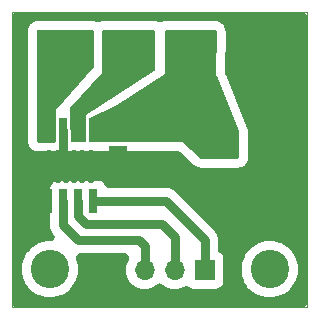
<source format=gbr>
%TF.GenerationSoftware,KiCad,Pcbnew,(7.0.0)*%
%TF.CreationDate,2023-08-29T19:29:08-03:00*%
%TF.ProjectId,Driver_TB67H451AFNG,44726976-6572-45f5-9442-363748343531,rev?*%
%TF.SameCoordinates,Original*%
%TF.FileFunction,Copper,L1,Top*%
%TF.FilePolarity,Positive*%
%FSLAX46Y46*%
G04 Gerber Fmt 4.6, Leading zero omitted, Abs format (unit mm)*
G04 Created by KiCad (PCBNEW (7.0.0)) date 2023-08-29 19:29:08*
%MOMM*%
%LPD*%
G01*
G04 APERTURE LIST*
%TA.AperFunction,ComponentPad*%
%ADD10C,2.500000*%
%TD*%
%TA.AperFunction,ComponentPad*%
%ADD11C,3.250000*%
%TD*%
%TA.AperFunction,SMDPad,CuDef*%
%ADD12R,0.711200X2.000000*%
%TD*%
%TA.AperFunction,ComponentPad*%
%ADD13C,0.700000*%
%TD*%
%TA.AperFunction,ComponentPad*%
%ADD14R,1.700000X1.700000*%
%TD*%
%TA.AperFunction,ComponentPad*%
%ADD15O,1.700000X1.700000*%
%TD*%
%TA.AperFunction,ComponentPad*%
%ADD16R,1.524000X1.524000*%
%TD*%
%TA.AperFunction,ComponentPad*%
%ADD17C,1.524000*%
%TD*%
%TA.AperFunction,SMDPad,CuDef*%
%ADD18R,1.498600X1.300480*%
%TD*%
%TA.AperFunction,Conductor*%
%ADD19C,0.750000*%
%TD*%
%TA.AperFunction,Profile*%
%ADD20C,0.100000*%
%TD*%
G04 APERTURE END LIST*
D10*
%TO.P,J1,1*%
%TO.N,GND*%
X165520000Y-90000000D03*
%TO.P,J1,2*%
%TO.N,/Vin*%
X160440000Y-90000000D03*
%TD*%
D11*
%TO.P,H2,1*%
%TO.N,N/C*%
X167100000Y-108090000D03*
%TD*%
D12*
%TO.P,U1,1,GND*%
%TO.N,GND*%
X148344999Y-102329999D03*
D13*
X148450000Y-98330000D03*
X148450000Y-99030000D03*
X148450000Y-99730000D03*
X148450000Y-100430000D03*
X149150000Y-98330000D03*
X149150000Y-99030000D03*
X149150000Y-99730000D03*
X149150000Y-100430000D03*
X149850000Y-98330000D03*
X149850000Y-99030000D03*
X149850000Y-99730000D03*
X149850000Y-100430000D03*
X150550000Y-98330000D03*
X150550000Y-99030000D03*
X150550000Y-99730000D03*
X150550000Y-100430000D03*
X151250000Y-98330000D03*
X151250000Y-99030000D03*
X151250000Y-99730000D03*
X151250000Y-100430000D03*
X151950000Y-98330000D03*
X151950000Y-99030000D03*
X151950000Y-99730000D03*
X151950000Y-100430000D03*
D12*
%TO.P,U1,2,IN2*%
%TO.N,/M1A*%
X149614999Y-102329999D03*
%TO.P,U1,3,IN1*%
%TO.N,/M1B*%
X150884999Y-102329999D03*
%TO.P,U1,4,VREF*%
%TO.N,+5V*%
X152154999Y-102329999D03*
%TO.P,U1,5,VM*%
%TO.N,/Vin*%
X152154999Y-96329999D03*
%TO.P,U1,6,OUT1*%
%TO.N,Net-(U1-OUT1)*%
X150884999Y-96329999D03*
%TO.P,U1,7,RS*%
%TO.N,GND*%
X149614999Y-96329999D03*
%TO.P,U1,8,OUT2*%
%TO.N,Net-(U1-OUT2)*%
X148344999Y-96329999D03*
%TD*%
D14*
%TO.P,J4,1,Pin_1*%
%TO.N,+5V*%
X161589999Y-108149999D03*
D15*
%TO.P,J4,2,Pin_2*%
%TO.N,/M1B*%
X159049999Y-108149999D03*
%TO.P,J4,3,Pin_3*%
%TO.N,/M1A*%
X156509999Y-108149999D03*
%TO.P,J4,4,Pin_4*%
%TO.N,GND*%
X153969999Y-108149999D03*
%TD*%
D11*
%TO.P,H1,1*%
%TO.N,N/C*%
X148490000Y-108090000D03*
%TD*%
D16*
%TO.P,C2,1*%
%TO.N,/Vin*%
X163039999Y-97669999D03*
D17*
%TO.P,C2,2*%
%TO.N,GND*%
X163040000Y-102170000D03*
%TD*%
D18*
%TO.P,C1,1*%
%TO.N,/Vin*%
X154249999Y-96329999D03*
%TO.P,C1,2*%
%TO.N,GND*%
X154249999Y-98234999D03*
%TD*%
D13*
%TO.P,J3,1*%
%TO.N,Net-(U1-OUT1)*%
X156750000Y-90000000D03*
X156280000Y-91120000D03*
X156280000Y-88880000D03*
X155150000Y-91600000D03*
D10*
X155150000Y-90000000D03*
D13*
X155150000Y-88400000D03*
X154010000Y-91120000D03*
X154010000Y-88880000D03*
X153560000Y-90000000D03*
%TO.P,J3,2*%
%TO.N,Net-(U1-OUT2)*%
X151670000Y-90000000D03*
X151200000Y-91120000D03*
X151200000Y-88880000D03*
X150070000Y-91600000D03*
D10*
X150070000Y-90000000D03*
D13*
X150070000Y-88400000D03*
X148930000Y-91120000D03*
X148930000Y-88880000D03*
X148480000Y-90000000D03*
%TD*%
D19*
%TO.N,GND*%
X149615000Y-96330000D02*
X149615000Y-98655000D01*
X149615000Y-98655000D02*
X149200000Y-99070000D01*
%TO.N,+5V*%
X158330000Y-102330000D02*
X152155000Y-102330000D01*
X161590000Y-105590000D02*
X158330000Y-102330000D01*
X161590000Y-108150000D02*
X161590000Y-105590000D01*
%TO.N,/M1A*%
X156510000Y-106100000D02*
X156010000Y-105600000D01*
X156010000Y-105600000D02*
X150910000Y-105600000D01*
X150910000Y-105600000D02*
X149615000Y-104305000D01*
X149615000Y-104305000D02*
X149615000Y-102330000D01*
X156510000Y-108150000D02*
X156510000Y-106100000D01*
%TO.N,/M1B*%
X151560000Y-104250000D02*
X150885000Y-103575000D01*
X150885000Y-103575000D02*
X150885000Y-102330000D01*
X159050000Y-108150000D02*
X159050000Y-105320000D01*
X159050000Y-105320000D02*
X157980000Y-104250000D01*
X157980000Y-104250000D02*
X151560000Y-104250000D01*
%TD*%
%TA.AperFunction,Conductor*%
%TO.N,Net-(U1-OUT1)*%
G36*
X157337920Y-87836706D02*
G01*
X157383364Y-87882099D01*
X157400000Y-87944139D01*
X157400000Y-91162581D01*
X157384939Y-91221812D01*
X157343415Y-91266654D01*
X151593026Y-94991561D01*
X151593023Y-94991563D01*
X151580000Y-95000000D01*
X151580000Y-95015519D01*
X151580000Y-95173826D01*
X151570562Y-95221277D01*
X151570218Y-95222105D01*
X151563434Y-95232260D01*
X151561051Y-95244236D01*
X151561051Y-95244238D01*
X151550089Y-95299346D01*
X151550088Y-95299351D01*
X151548900Y-95305326D01*
X151548900Y-95311421D01*
X151548900Y-95369366D01*
X151547655Y-95386891D01*
X151545121Y-95404637D01*
X151545120Y-95404645D01*
X151544500Y-95408991D01*
X151544500Y-97205684D01*
X151545030Y-97209707D01*
X151545032Y-97209729D01*
X151545041Y-97209794D01*
X151545038Y-97209813D01*
X151545298Y-97213775D01*
X151544419Y-97213832D01*
X151534493Y-97278392D01*
X151488736Y-97330577D01*
X151422105Y-97350000D01*
X150364500Y-97350000D01*
X150302500Y-97333387D01*
X150257113Y-97288000D01*
X150240500Y-97226000D01*
X150240500Y-96294545D01*
X150240500Y-96290650D01*
X150225664Y-96173208D01*
X150224435Y-96170104D01*
X150221100Y-96143700D01*
X150221100Y-95311421D01*
X150221100Y-95305326D01*
X150206566Y-95232260D01*
X150199780Y-95222104D01*
X150197484Y-95216560D01*
X150185339Y-95190879D01*
X150180000Y-95154886D01*
X150180000Y-94498407D01*
X150188490Y-94453314D01*
X150212796Y-94414396D01*
X152925000Y-91470000D01*
X152925000Y-87948862D01*
X152941590Y-87886902D01*
X152986920Y-87841521D01*
X153048861Y-87824862D01*
X157275861Y-87820139D01*
X157337920Y-87836706D01*
G37*
%TD.AperFunction*%
%TD*%
%TA.AperFunction,Conductor*%
%TO.N,/Vin*%
G36*
X162547774Y-87836666D02*
G01*
X162593175Y-87882183D01*
X162609682Y-87944315D01*
X162600000Y-91740000D01*
X162604606Y-91751252D01*
X162604607Y-91751255D01*
X164510756Y-96407420D01*
X164520000Y-96454399D01*
X164520000Y-98596000D01*
X164503387Y-98658000D01*
X164458000Y-98703387D01*
X164396000Y-98720000D01*
X161317061Y-98720000D01*
X161273062Y-98711931D01*
X161234789Y-98688775D01*
X159688468Y-97317509D01*
X159688466Y-97317508D01*
X159680000Y-97310000D01*
X159668690Y-97310028D01*
X159668687Y-97310028D01*
X151924315Y-97329684D01*
X151862182Y-97313176D01*
X151816665Y-97267775D01*
X151800000Y-97205684D01*
X151800000Y-95408991D01*
X151819417Y-95342369D01*
X151871587Y-95296612D01*
X154180000Y-94220000D01*
X158270000Y-91560000D01*
X158270000Y-87944000D01*
X158286613Y-87882000D01*
X158332000Y-87836613D01*
X158394000Y-87820000D01*
X162485683Y-87820000D01*
X162547774Y-87836666D01*
G37*
%TD.AperFunction*%
%TD*%
%TA.AperFunction,Conductor*%
%TO.N,Net-(U1-OUT2)*%
G36*
X152163000Y-87841613D02*
G01*
X152208387Y-87887000D01*
X152225000Y-87949000D01*
X152225000Y-90903274D01*
X152217035Y-90946999D01*
X152194163Y-90985107D01*
X148982391Y-94641584D01*
X148982387Y-94641589D01*
X148975000Y-94650000D01*
X148975000Y-94661199D01*
X148975000Y-97236000D01*
X148958387Y-97298000D01*
X148913000Y-97343387D01*
X148851000Y-97360000D01*
X147524000Y-97360000D01*
X147462000Y-97343387D01*
X147416613Y-97298000D01*
X147400000Y-97236000D01*
X147400000Y-94275258D01*
X147400000Y-94275000D01*
X147375482Y-87949479D01*
X147391934Y-87887278D01*
X147437342Y-87841693D01*
X147499481Y-87825000D01*
X152101000Y-87825000D01*
X152163000Y-87841613D01*
G37*
%TD.AperFunction*%
%TD*%
%TA.AperFunction,Conductor*%
%TO.N,GND*%
G36*
X170031072Y-86298805D02*
G01*
X170135332Y-86351928D01*
X170218072Y-86434668D01*
X170271195Y-86538928D01*
X170289500Y-86654500D01*
X170289500Y-110905500D01*
X170271195Y-111021072D01*
X170218072Y-111125332D01*
X170135332Y-111208072D01*
X170031072Y-111261195D01*
X169915500Y-111279500D01*
X145664500Y-111279500D01*
X145548928Y-111261195D01*
X145444668Y-111208072D01*
X145361928Y-111125332D01*
X145308805Y-111021072D01*
X145290500Y-110905500D01*
X145290500Y-108090000D01*
X146109403Y-108090000D01*
X146129769Y-108400730D01*
X146132157Y-108412735D01*
X146188130Y-108694132D01*
X146188132Y-108694141D01*
X146190520Y-108706144D01*
X146194457Y-108717742D01*
X146286678Y-108989419D01*
X146286681Y-108989428D01*
X146290615Y-109001015D01*
X146296030Y-109011997D01*
X146296032Y-109012000D01*
X146352951Y-109127421D01*
X146428343Y-109280299D01*
X146601345Y-109539216D01*
X146609415Y-109548418D01*
X146771792Y-109733573D01*
X146806664Y-109773336D01*
X147040784Y-109978655D01*
X147299701Y-110151657D01*
X147578985Y-110289385D01*
X147873856Y-110389480D01*
X148179270Y-110450231D01*
X148490000Y-110470597D01*
X148800730Y-110450231D01*
X149106144Y-110389480D01*
X149401015Y-110289385D01*
X149680299Y-110151657D01*
X149939216Y-109978655D01*
X150173336Y-109773336D01*
X150378655Y-109539216D01*
X150551657Y-109280299D01*
X150689385Y-109001015D01*
X150789480Y-108706144D01*
X150850231Y-108400730D01*
X150870597Y-108090000D01*
X150850231Y-107779270D01*
X150789480Y-107473856D01*
X150703212Y-107219718D01*
X150683386Y-107103579D01*
X150700674Y-106987036D01*
X150753359Y-106881653D01*
X150836214Y-106797890D01*
X150941016Y-106744058D01*
X151057364Y-106725500D01*
X154837999Y-106725500D01*
X154949573Y-106742531D01*
X155050987Y-106792071D01*
X155133002Y-106869611D01*
X155188151Y-106968087D01*
X155211411Y-107078531D01*
X155200663Y-107190884D01*
X155156888Y-107294910D01*
X155079534Y-107421141D01*
X155073911Y-107434715D01*
X155073908Y-107434722D01*
X154988751Y-107640309D01*
X154988747Y-107640320D01*
X154983127Y-107653889D01*
X154924317Y-107898852D01*
X154923165Y-107913489D01*
X154923163Y-107913502D01*
X154910235Y-108077779D01*
X154904551Y-108150000D01*
X154905704Y-108164650D01*
X154923163Y-108386497D01*
X154923164Y-108386508D01*
X154924317Y-108401148D01*
X154983127Y-108646111D01*
X154988748Y-108659683D01*
X154988751Y-108659690D01*
X155007993Y-108706144D01*
X155079534Y-108878859D01*
X155211164Y-109093659D01*
X155220704Y-109104829D01*
X155220707Y-109104833D01*
X155361190Y-109269317D01*
X155374776Y-109285224D01*
X155385946Y-109294764D01*
X155482894Y-109377566D01*
X155566341Y-109448836D01*
X155781141Y-109580466D01*
X156013889Y-109676873D01*
X156258852Y-109735683D01*
X156510000Y-109755449D01*
X156761148Y-109735683D01*
X157006111Y-109676873D01*
X157238859Y-109580466D01*
X157453659Y-109448836D01*
X157537106Y-109377564D01*
X157626093Y-109321093D01*
X157727303Y-109291688D01*
X157832697Y-109291688D01*
X157933907Y-109321093D01*
X158022893Y-109377564D01*
X158106341Y-109448836D01*
X158321141Y-109580466D01*
X158553889Y-109676873D01*
X158798852Y-109735683D01*
X159050000Y-109755449D01*
X159301148Y-109735683D01*
X159546111Y-109676873D01*
X159778859Y-109580466D01*
X159827290Y-109550786D01*
X159931954Y-109506852D01*
X160044988Y-109496340D01*
X160155968Y-109520224D01*
X160254671Y-109576304D01*
X160255937Y-109577305D01*
X160271344Y-109592712D01*
X160420666Y-109684814D01*
X160587203Y-109739999D01*
X160689991Y-109750500D01*
X162490008Y-109750499D01*
X162592797Y-109739999D01*
X162759334Y-109684814D01*
X162908656Y-109592712D01*
X163032712Y-109468656D01*
X163124814Y-109319334D01*
X163179999Y-109152797D01*
X163190500Y-109050009D01*
X163190499Y-108090000D01*
X164719403Y-108090000D01*
X164739769Y-108400730D01*
X164742157Y-108412735D01*
X164798130Y-108694132D01*
X164798132Y-108694141D01*
X164800520Y-108706144D01*
X164804457Y-108717742D01*
X164896678Y-108989419D01*
X164896681Y-108989428D01*
X164900615Y-109001015D01*
X164906030Y-109011997D01*
X164906032Y-109012000D01*
X164962951Y-109127421D01*
X165038343Y-109280299D01*
X165211345Y-109539216D01*
X165219415Y-109548418D01*
X165381792Y-109733573D01*
X165416664Y-109773336D01*
X165650784Y-109978655D01*
X165909701Y-110151657D01*
X166188985Y-110289385D01*
X166483856Y-110389480D01*
X166789270Y-110450231D01*
X167100000Y-110470597D01*
X167410730Y-110450231D01*
X167716144Y-110389480D01*
X168011015Y-110289385D01*
X168290299Y-110151657D01*
X168549216Y-109978655D01*
X168783336Y-109773336D01*
X168988655Y-109539216D01*
X169161657Y-109280299D01*
X169299385Y-109001015D01*
X169399480Y-108706144D01*
X169460231Y-108400730D01*
X169480597Y-108090000D01*
X169460231Y-107779270D01*
X169399480Y-107473856D01*
X169299385Y-107178985D01*
X169161657Y-106899702D01*
X168988655Y-106640784D01*
X168783336Y-106406664D01*
X168549216Y-106201345D01*
X168290299Y-106028343D01*
X168279320Y-106022928D01*
X168279317Y-106022927D01*
X168022000Y-105896032D01*
X168021997Y-105896030D01*
X168011015Y-105890615D01*
X167999428Y-105886681D01*
X167999419Y-105886678D01*
X167727742Y-105794457D01*
X167716144Y-105790520D01*
X167704141Y-105788132D01*
X167704132Y-105788130D01*
X167422735Y-105732157D01*
X167410730Y-105729769D01*
X167398511Y-105728968D01*
X167398510Y-105728968D01*
X167112221Y-105710204D01*
X167100000Y-105709403D01*
X167087779Y-105710204D01*
X167022234Y-105714500D01*
X166801489Y-105728968D01*
X166801486Y-105728968D01*
X166789270Y-105729769D01*
X166777266Y-105732156D01*
X166777264Y-105732157D01*
X166495867Y-105788130D01*
X166495854Y-105788133D01*
X166483856Y-105790520D01*
X166472261Y-105794455D01*
X166472257Y-105794457D01*
X166200576Y-105886680D01*
X166200570Y-105886682D01*
X166188985Y-105890615D01*
X166178016Y-105896023D01*
X166178007Y-105896028D01*
X165920685Y-106022926D01*
X165920676Y-106022931D01*
X165909702Y-106028343D01*
X165899527Y-106035141D01*
X165899516Y-106035148D01*
X165660969Y-106194539D01*
X165660962Y-106194544D01*
X165650784Y-106201345D01*
X165641581Y-106209415D01*
X165641573Y-106209422D01*
X165425874Y-106398586D01*
X165425865Y-106398594D01*
X165416664Y-106406664D01*
X165408594Y-106415865D01*
X165408586Y-106415874D01*
X165219415Y-106631581D01*
X165219408Y-106631588D01*
X165211345Y-106640784D01*
X165204552Y-106650950D01*
X165204547Y-106650957D01*
X165045147Y-106889517D01*
X165045142Y-106889524D01*
X165038343Y-106899701D01*
X165032933Y-106910670D01*
X165032925Y-106910685D01*
X164981594Y-107014776D01*
X164906032Y-107167999D01*
X164906028Y-107168007D01*
X164900615Y-107178985D01*
X164896683Y-107190566D01*
X164896678Y-107190580D01*
X164822667Y-107408613D01*
X164800520Y-107473856D01*
X164798133Y-107485854D01*
X164798130Y-107485867D01*
X164742157Y-107767264D01*
X164739769Y-107779270D01*
X164719403Y-108090000D01*
X163190499Y-108090000D01*
X163190499Y-107249992D01*
X163179999Y-107147203D01*
X163124814Y-106980666D01*
X163032712Y-106831344D01*
X162908656Y-106707288D01*
X162890111Y-106695849D01*
X162873028Y-106682342D01*
X162873457Y-106681798D01*
X162819340Y-106638042D01*
X162762923Y-106561685D01*
X162727550Y-106473583D01*
X162715500Y-106379412D01*
X162715500Y-105691594D01*
X162715845Y-105681923D01*
X162717740Y-105670657D01*
X162715606Y-105581024D01*
X162715500Y-105572122D01*
X162715500Y-105545278D01*
X162715500Y-105536382D01*
X162714654Y-105527530D01*
X162714230Y-105518618D01*
X162714507Y-105518604D01*
X162713907Y-105509678D01*
X162712624Y-105455774D01*
X162708769Y-105438054D01*
X162701910Y-105394070D01*
X162700188Y-105376029D01*
X162695166Y-105358926D01*
X162684996Y-105324289D01*
X162678397Y-105298439D01*
X162666934Y-105245741D01*
X162659794Y-105229070D01*
X162644740Y-105187193D01*
X162639631Y-105169791D01*
X162614921Y-105121862D01*
X162603547Y-105097719D01*
X162597976Y-105084710D01*
X162582321Y-105048151D01*
X162572142Y-105033112D01*
X162549454Y-104994873D01*
X162541138Y-104978741D01*
X162507811Y-104936362D01*
X162492069Y-104914803D01*
X162471829Y-104884899D01*
X162471827Y-104884897D01*
X162461843Y-104870145D01*
X162449008Y-104857310D01*
X162419484Y-104824046D01*
X162408268Y-104809783D01*
X162394804Y-104798116D01*
X162394800Y-104798112D01*
X162367515Y-104774469D01*
X162347976Y-104756278D01*
X159197686Y-101605989D01*
X159191092Y-101598907D01*
X159184466Y-101589601D01*
X159171575Y-101577309D01*
X159171572Y-101577306D01*
X159119574Y-101527727D01*
X159113205Y-101521508D01*
X159094228Y-101502531D01*
X159087935Y-101496238D01*
X159081071Y-101490570D01*
X159074487Y-101484585D01*
X159074607Y-101484452D01*
X159067935Y-101478489D01*
X159058000Y-101469016D01*
X159028903Y-101441273D01*
X159013922Y-101431645D01*
X159013917Y-101431641D01*
X159013632Y-101431458D01*
X158977715Y-101405232D01*
X158977460Y-101405021D01*
X158977455Y-101405018D01*
X158963721Y-101393678D01*
X158945161Y-101383543D01*
X158916394Y-101367835D01*
X158893440Y-101354215D01*
X158863075Y-101334700D01*
X158863061Y-101334692D01*
X158848080Y-101325065D01*
X158831546Y-101318446D01*
X158831541Y-101318443D01*
X158831222Y-101318316D01*
X158791003Y-101299367D01*
X158775069Y-101290666D01*
X158741676Y-101279991D01*
X158723705Y-101274246D01*
X158698596Y-101265220D01*
X158648532Y-101245178D01*
X158630703Y-101241741D01*
X158587626Y-101230746D01*
X158587304Y-101230643D01*
X158587297Y-101230641D01*
X158570331Y-101225218D01*
X158552645Y-101223103D01*
X158552639Y-101223102D01*
X158516781Y-101218814D01*
X158490417Y-101214703D01*
X158454969Y-101207871D01*
X158454956Y-101207869D01*
X158437472Y-101204500D01*
X158419655Y-101204500D01*
X158419331Y-101204500D01*
X158374931Y-101201855D01*
X158374596Y-101201815D01*
X158374595Y-101201814D01*
X158356906Y-101199700D01*
X158339145Y-101200970D01*
X158339135Y-101200970D01*
X158303118Y-101203547D01*
X158276437Y-101204500D01*
X153521274Y-101204500D01*
X153416615Y-101189558D01*
X153320319Y-101145925D01*
X153240080Y-101077089D01*
X153196360Y-101010082D01*
X153195414Y-101010666D01*
X153114750Y-100879888D01*
X153114749Y-100879887D01*
X153103312Y-100861344D01*
X152979256Y-100737288D01*
X152960713Y-100725850D01*
X152960711Y-100725849D01*
X152848475Y-100656622D01*
X152848474Y-100656621D01*
X152829934Y-100645186D01*
X152790000Y-100631953D01*
X152682785Y-100596425D01*
X152682780Y-100596423D01*
X152663397Y-100590001D01*
X152643077Y-100587925D01*
X152570080Y-100580467D01*
X152570068Y-100580466D01*
X152560609Y-100579500D01*
X152551092Y-100579500D01*
X151758916Y-100579500D01*
X151758896Y-100579500D01*
X151749392Y-100579501D01*
X151739933Y-100580467D01*
X151739918Y-100580468D01*
X151666921Y-100587925D01*
X151666916Y-100587925D01*
X151646603Y-100590001D01*
X151627214Y-100596425D01*
X151607254Y-100600699D01*
X151606670Y-100597971D01*
X151520000Y-100611954D01*
X151433330Y-100597971D01*
X151432747Y-100600699D01*
X151412785Y-100596425D01*
X151393397Y-100590001D01*
X151373077Y-100587925D01*
X151300080Y-100580467D01*
X151300068Y-100580466D01*
X151290609Y-100579500D01*
X151281092Y-100579500D01*
X150488916Y-100579500D01*
X150488896Y-100579500D01*
X150479392Y-100579501D01*
X150469933Y-100580467D01*
X150469918Y-100580468D01*
X150396921Y-100587925D01*
X150396916Y-100587925D01*
X150376603Y-100590001D01*
X150357214Y-100596425D01*
X150337254Y-100600699D01*
X150336670Y-100597971D01*
X150250000Y-100611954D01*
X150163330Y-100597971D01*
X150162747Y-100600699D01*
X150142785Y-100596425D01*
X150123397Y-100590001D01*
X150103077Y-100587925D01*
X150030080Y-100580467D01*
X150030068Y-100580466D01*
X150020609Y-100579500D01*
X150011092Y-100579500D01*
X149218916Y-100579500D01*
X149218896Y-100579500D01*
X149209392Y-100579501D01*
X149199933Y-100580467D01*
X149199918Y-100580468D01*
X149126921Y-100587925D01*
X149126916Y-100587925D01*
X149106603Y-100590001D01*
X149087214Y-100596425D01*
X149087213Y-100596426D01*
X148960746Y-100638333D01*
X148960743Y-100638334D01*
X148940066Y-100645186D01*
X148921528Y-100656619D01*
X148921524Y-100656622D01*
X148809288Y-100725849D01*
X148809282Y-100725853D01*
X148790744Y-100737288D01*
X148775341Y-100752690D01*
X148775337Y-100752694D01*
X148682094Y-100845937D01*
X148682090Y-100845941D01*
X148666688Y-100861344D01*
X148655253Y-100879882D01*
X148655249Y-100879888D01*
X148586022Y-100992124D01*
X148586019Y-100992128D01*
X148574586Y-101010666D01*
X148567734Y-101031343D01*
X148567733Y-101031346D01*
X148525825Y-101157814D01*
X148525823Y-101157821D01*
X148519401Y-101177203D01*
X148517325Y-101197520D01*
X148517325Y-101197522D01*
X148509867Y-101270519D01*
X148509866Y-101270532D01*
X148508900Y-101279991D01*
X148508900Y-101289508D01*
X148508900Y-102086155D01*
X148502142Y-102156932D01*
X148492871Y-102205032D01*
X148492870Y-102205041D01*
X148489500Y-102222528D01*
X148489500Y-102240346D01*
X148489500Y-104203408D01*
X148489154Y-104213075D01*
X148487260Y-104224342D01*
X148487684Y-104242153D01*
X148487684Y-104242154D01*
X148489394Y-104313975D01*
X148489500Y-104322877D01*
X148489500Y-104358618D01*
X148490346Y-104367482D01*
X148490769Y-104376365D01*
X148490612Y-104376372D01*
X148491091Y-104385302D01*
X148491951Y-104421411D01*
X148491951Y-104421418D01*
X148492376Y-104439226D01*
X148496162Y-104456631D01*
X148496164Y-104456646D01*
X148496236Y-104456974D01*
X148503085Y-104500889D01*
X148503117Y-104501234D01*
X148503119Y-104501246D01*
X148504812Y-104518971D01*
X148509829Y-104536058D01*
X148520003Y-104570708D01*
X148526602Y-104596566D01*
X148538066Y-104649258D01*
X148545076Y-104665629D01*
X148545077Y-104665631D01*
X148545207Y-104665933D01*
X148560254Y-104707791D01*
X148560348Y-104708114D01*
X148560353Y-104708126D01*
X148565369Y-104725209D01*
X148573529Y-104741037D01*
X148573531Y-104741042D01*
X148590072Y-104773126D01*
X148601447Y-104797268D01*
X148622679Y-104846849D01*
X148632658Y-104861594D01*
X148632663Y-104861602D01*
X148632853Y-104861882D01*
X148655544Y-104900125D01*
X148655697Y-104900423D01*
X148655701Y-104900429D01*
X148663862Y-104916259D01*
X148674870Y-104930257D01*
X148674872Y-104930260D01*
X148697192Y-104958642D01*
X148712932Y-104980198D01*
X148743157Y-105024855D01*
X148755754Y-105037452D01*
X148755987Y-105037685D01*
X148785512Y-105070950D01*
X148785719Y-105071214D01*
X148785724Y-105071219D01*
X148796732Y-105085217D01*
X148798452Y-105086708D01*
X148856908Y-105170032D01*
X148891192Y-105276316D01*
X148892568Y-105387984D01*
X148860912Y-105495079D01*
X148799046Y-105588054D01*
X148712488Y-105658618D01*
X148608954Y-105700479D01*
X148514460Y-105708484D01*
X148514460Y-105710204D01*
X148502221Y-105710204D01*
X148490000Y-105709403D01*
X148477779Y-105710204D01*
X148412234Y-105714500D01*
X148191489Y-105728968D01*
X148191486Y-105728968D01*
X148179270Y-105729769D01*
X148167266Y-105732156D01*
X148167264Y-105732157D01*
X147885867Y-105788130D01*
X147885854Y-105788133D01*
X147873856Y-105790520D01*
X147862261Y-105794455D01*
X147862257Y-105794457D01*
X147590576Y-105886680D01*
X147590570Y-105886682D01*
X147578985Y-105890615D01*
X147568016Y-105896023D01*
X147568007Y-105896028D01*
X147310685Y-106022926D01*
X147310676Y-106022931D01*
X147299702Y-106028343D01*
X147289527Y-106035141D01*
X147289516Y-106035148D01*
X147050969Y-106194539D01*
X147050962Y-106194544D01*
X147040784Y-106201345D01*
X147031581Y-106209415D01*
X147031573Y-106209422D01*
X146815874Y-106398586D01*
X146815865Y-106398594D01*
X146806664Y-106406664D01*
X146798594Y-106415865D01*
X146798586Y-106415874D01*
X146609415Y-106631581D01*
X146609408Y-106631588D01*
X146601345Y-106640784D01*
X146594552Y-106650950D01*
X146594547Y-106650957D01*
X146435147Y-106889517D01*
X146435142Y-106889524D01*
X146428343Y-106899701D01*
X146422933Y-106910670D01*
X146422925Y-106910685D01*
X146371594Y-107014776D01*
X146296032Y-107167999D01*
X146296028Y-107168007D01*
X146290615Y-107178985D01*
X146286683Y-107190566D01*
X146286678Y-107190580D01*
X146212667Y-107408613D01*
X146190520Y-107473856D01*
X146188133Y-107485854D01*
X146188130Y-107485867D01*
X146132157Y-107767264D01*
X146129769Y-107779270D01*
X146109403Y-108090000D01*
X145290500Y-108090000D01*
X145290500Y-87952407D01*
X146619988Y-87952407D01*
X146620011Y-87958524D01*
X146620011Y-87958549D01*
X146644497Y-94275606D01*
X146644500Y-94277056D01*
X146644500Y-97236000D01*
X146650964Y-97334613D01*
X146653351Y-97346618D01*
X146653352Y-97346619D01*
X146669046Y-97425524D01*
X146669050Y-97425541D01*
X146670243Y-97431539D01*
X146671825Y-97437444D01*
X146671829Y-97437460D01*
X146684744Y-97485657D01*
X146686856Y-97493539D01*
X146731898Y-97617289D01*
X146740063Y-97631432D01*
X146740064Y-97631433D01*
X146789582Y-97717201D01*
X146789585Y-97717205D01*
X146797744Y-97731337D01*
X146882394Y-97832219D01*
X146927781Y-97877606D01*
X147028663Y-97962256D01*
X147142711Y-98028102D01*
X147266461Y-98073144D01*
X147328461Y-98089757D01*
X147425387Y-98109036D01*
X147524000Y-98115500D01*
X148844869Y-98115500D01*
X148851000Y-98115500D01*
X148949613Y-98109036D01*
X149046539Y-98089757D01*
X149108539Y-98073144D01*
X149232289Y-98028102D01*
X149346337Y-97962256D01*
X149373305Y-97939626D01*
X149461581Y-97884463D01*
X149561651Y-97855767D01*
X149665755Y-97855765D01*
X149765826Y-97884459D01*
X149843053Y-97932716D01*
X149843279Y-97932395D01*
X149849416Y-97936692D01*
X149854111Y-97939626D01*
X149869163Y-97952256D01*
X149983211Y-98018102D01*
X150106961Y-98063144D01*
X150168961Y-98079757D01*
X150265887Y-98099036D01*
X150364500Y-98105500D01*
X151415470Y-98105500D01*
X151422105Y-98105500D01*
X151528892Y-98097915D01*
X151541858Y-98095114D01*
X151541860Y-98095114D01*
X151589636Y-98084794D01*
X151596456Y-98083320D01*
X151713431Y-98076826D01*
X151749391Y-98080500D01*
X151840249Y-98080499D01*
X151863805Y-98081241D01*
X151926232Y-98085182D01*
X159251606Y-98066589D01*
X159341498Y-98077319D01*
X159426184Y-98109337D01*
X159500692Y-98160764D01*
X160733524Y-99254031D01*
X160843703Y-99335174D01*
X160881976Y-99358330D01*
X161004983Y-99418269D01*
X161136783Y-99455038D01*
X161180782Y-99463107D01*
X161317061Y-99475500D01*
X164389869Y-99475500D01*
X164396000Y-99475500D01*
X164494613Y-99469036D01*
X164591539Y-99449757D01*
X164653539Y-99433144D01*
X164777289Y-99388102D01*
X164891337Y-99322256D01*
X164992219Y-99237606D01*
X165037606Y-99192219D01*
X165122256Y-99091337D01*
X165188102Y-98977289D01*
X165233144Y-98853539D01*
X165249757Y-98791539D01*
X165269036Y-98694613D01*
X165275500Y-98596000D01*
X165275500Y-96454399D01*
X165261286Y-96308537D01*
X165252042Y-96261558D01*
X165209935Y-96121189D01*
X163383944Y-91660828D01*
X163363011Y-91590879D01*
X163356067Y-91518197D01*
X163365180Y-87946242D01*
X163358947Y-87847453D01*
X163339852Y-87750326D01*
X163323345Y-87688194D01*
X163278477Y-87564155D01*
X163212719Y-87449811D01*
X163128075Y-87348646D01*
X163093828Y-87314311D01*
X163088451Y-87308920D01*
X163088441Y-87308911D01*
X163082674Y-87303129D01*
X162981726Y-87218228D01*
X162967577Y-87210042D01*
X162967573Y-87210040D01*
X162881702Y-87160364D01*
X162881699Y-87160362D01*
X162867551Y-87152178D01*
X162852197Y-87146579D01*
X162852189Y-87146576D01*
X162765220Y-87114867D01*
X162743627Y-87106994D01*
X162735721Y-87104872D01*
X162735715Y-87104870D01*
X162687465Y-87091919D01*
X162687452Y-87091916D01*
X162681536Y-87090328D01*
X162675542Y-87089133D01*
X162675522Y-87089129D01*
X162596477Y-87073380D01*
X162584457Y-87070985D01*
X162572231Y-87070182D01*
X162572229Y-87070182D01*
X162491779Y-87064900D01*
X162491771Y-87064899D01*
X162485683Y-87064500D01*
X158394000Y-87064500D01*
X158387884Y-87064900D01*
X158387880Y-87064901D01*
X158307601Y-87070163D01*
X158307595Y-87070163D01*
X158295387Y-87070964D01*
X158283383Y-87073351D01*
X158283380Y-87073352D01*
X158204475Y-87089046D01*
X158204451Y-87089051D01*
X158198461Y-87090243D01*
X158192562Y-87091823D01*
X158192539Y-87091829D01*
X158144342Y-87104744D01*
X158144336Y-87104745D01*
X158136461Y-87106856D01*
X158128797Y-87109645D01*
X158128789Y-87109648D01*
X158028056Y-87146312D01*
X158028048Y-87146315D01*
X158012711Y-87151898D01*
X157998574Y-87160059D01*
X157992934Y-87162690D01*
X157889180Y-87193766D01*
X157780873Y-87193809D01*
X157677094Y-87162816D01*
X157670816Y-87159894D01*
X157656657Y-87151734D01*
X157635141Y-87143924D01*
X157540457Y-87109554D01*
X157540450Y-87109551D01*
X157532781Y-87106768D01*
X157524911Y-87104667D01*
X157524895Y-87104662D01*
X157481527Y-87093085D01*
X157470722Y-87090201D01*
X157464730Y-87089015D01*
X157464712Y-87089011D01*
X157385716Y-87073378D01*
X157385710Y-87073377D01*
X157373708Y-87071002D01*
X157361489Y-87070214D01*
X157361488Y-87070214D01*
X157281137Y-87065033D01*
X157281119Y-87065032D01*
X157275017Y-87064639D01*
X157268913Y-87064645D01*
X157268888Y-87064645D01*
X153054121Y-87069355D01*
X153054115Y-87069355D01*
X153048017Y-87069362D01*
X153041949Y-87069766D01*
X153041927Y-87069767D01*
X152961690Y-87075113D01*
X152961681Y-87075114D01*
X152949481Y-87075927D01*
X152937489Y-87078324D01*
X152937478Y-87078326D01*
X152858631Y-87094090D01*
X152858612Y-87094094D01*
X152852642Y-87095288D01*
X152846766Y-87096868D01*
X152846746Y-87096873D01*
X152798564Y-87109832D01*
X152798558Y-87109833D01*
X152790701Y-87111947D01*
X152783071Y-87114731D01*
X152783057Y-87114736D01*
X152703081Y-87143924D01*
X152618495Y-87164035D01*
X152531550Y-87164073D01*
X152446947Y-87144034D01*
X152366206Y-87114646D01*
X152366193Y-87114642D01*
X152358539Y-87111856D01*
X152339879Y-87106856D01*
X152302460Y-87096829D01*
X152302444Y-87096825D01*
X152296539Y-87095243D01*
X152290541Y-87094050D01*
X152290524Y-87094046D01*
X152211619Y-87078352D01*
X152211618Y-87078351D01*
X152199613Y-87075964D01*
X152187402Y-87075163D01*
X152187398Y-87075163D01*
X152107119Y-87069901D01*
X152107116Y-87069900D01*
X152101000Y-87069500D01*
X147499481Y-87069500D01*
X147493355Y-87069902D01*
X147493339Y-87069903D01*
X147412884Y-87075189D01*
X147412873Y-87075190D01*
X147400627Y-87075995D01*
X147388587Y-87078395D01*
X147388579Y-87078397D01*
X147309500Y-87094167D01*
X147309496Y-87094167D01*
X147303473Y-87095369D01*
X147297559Y-87096957D01*
X147297545Y-87096961D01*
X147249240Y-87109937D01*
X147249216Y-87109944D01*
X147241334Y-87112062D01*
X147233660Y-87114862D01*
X147233646Y-87114867D01*
X147132689Y-87151711D01*
X147132682Y-87151714D01*
X147117316Y-87157322D01*
X147103156Y-87165521D01*
X147103151Y-87165524D01*
X147017234Y-87215276D01*
X147017226Y-87215281D01*
X147003070Y-87223479D01*
X146990556Y-87234015D01*
X146990548Y-87234022D01*
X146908346Y-87303241D01*
X146908334Y-87303251D01*
X146902085Y-87308514D01*
X146896326Y-87314294D01*
X146896309Y-87314311D01*
X146862444Y-87348308D01*
X146862427Y-87348326D01*
X146856677Y-87354099D01*
X146851447Y-87360358D01*
X146851439Y-87360368D01*
X146782533Y-87442848D01*
X146782529Y-87442852D01*
X146772039Y-87455410D01*
X146763896Y-87469597D01*
X146763890Y-87469607D01*
X146714474Y-87555712D01*
X146714471Y-87555717D01*
X146706328Y-87569907D01*
X146700779Y-87585295D01*
X146700776Y-87585303D01*
X146664325Y-87686398D01*
X146664319Y-87686416D01*
X146661551Y-87694094D01*
X146659460Y-87701998D01*
X146659457Y-87702009D01*
X146646672Y-87750346D01*
X146645099Y-87756295D01*
X146643922Y-87762314D01*
X146643919Y-87762331D01*
X146628455Y-87841469D01*
X146628453Y-87841483D01*
X146626100Y-87853526D01*
X146625342Y-87865773D01*
X146625342Y-87865781D01*
X146620369Y-87946242D01*
X146619988Y-87952407D01*
X145290500Y-87952407D01*
X145290500Y-86654500D01*
X145308805Y-86538928D01*
X145361928Y-86434668D01*
X145444668Y-86351928D01*
X145548928Y-86298805D01*
X145664500Y-86280500D01*
X169915500Y-86280500D01*
X170031072Y-86298805D01*
G37*
%TD.AperFunction*%
%TD*%
D20*
X145290000Y-86280000D02*
X170290000Y-86280000D01*
X170290000Y-86280000D02*
X170290000Y-111280000D01*
X170290000Y-111280000D02*
X145290000Y-111280000D01*
X145290000Y-111280000D02*
X145290000Y-86280000D01*
M02*

</source>
